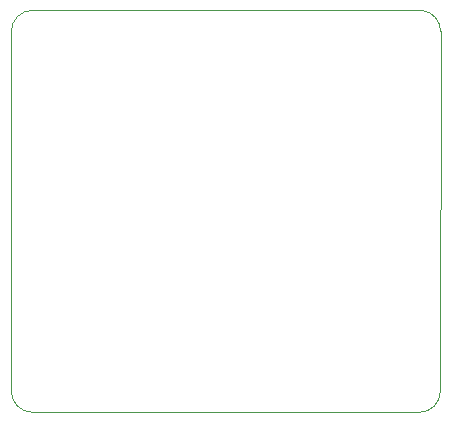
<source format=gbr>
%TF.GenerationSoftware,KiCad,Pcbnew,7.0.10*%
%TF.CreationDate,2024-01-17T14:48:32+01:00*%
%TF.ProjectId,PowerBoard,506f7765-7242-46f6-9172-642e6b696361,rev?*%
%TF.SameCoordinates,Original*%
%TF.FileFunction,Profile,NP*%
%FSLAX46Y46*%
G04 Gerber Fmt 4.6, Leading zero omitted, Abs format (unit mm)*
G04 Created by KiCad (PCBNEW 7.0.10) date 2024-01-17 14:48:32*
%MOMM*%
%LPD*%
G01*
G04 APERTURE LIST*
%TA.AperFunction,Profile*%
%ADD10C,0.100000*%
%TD*%
G04 APERTURE END LIST*
D10*
X117602000Y-94234000D02*
X84582000Y-94234000D01*
X119126000Y-126492000D02*
X119144051Y-96012000D01*
X84582000Y-128270000D02*
X117348000Y-128270000D01*
X82804000Y-96012000D02*
X82804000Y-126492000D01*
X84582000Y-94234000D02*
G75*
G03*
X82804000Y-96012000I0J-1778000D01*
G01*
X82804000Y-126492000D02*
G75*
G03*
X84582000Y-128270000I1778000J0D01*
G01*
X117348000Y-128270000D02*
G75*
G03*
X119126000Y-126492000I0J1778000D01*
G01*
X119144051Y-96012000D02*
G75*
G03*
X117602000Y-94234000I-1796051J0D01*
G01*
M02*

</source>
